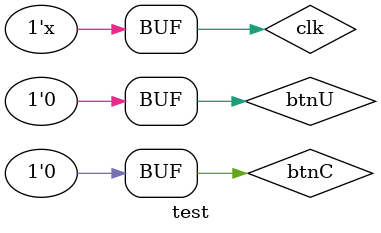
<source format=v>
`timescale 1ns / 1ps


module test(

    );
    reg clk = 0;
    reg btnU = 0;
    reg btnC = 0;
    wire [15:0] led;
    
    Top top_sim(clk, btnU, btnC, led);
    
    initial
    begin
    btnU = 1'b0; btnC = 1'b0; #23;
    
    btnU = 1'b1; btnC = 1'b0; #15;
    
    btnU = 1'b1; btnC = 1'b1; #20;
    
    btnU = 1'b1; btnC = 1'b0; #13;
    
    btnU = 1'b0; btnC = 1'b0; #15;
    
    btnU = 1'b0; btnC = 1'b1; #8;
    
    btnU = 1'b0; btnC = 1'b0;
    end
    
    always
    begin
        clk = ~clk; #1;
    end
endmodule

</source>
